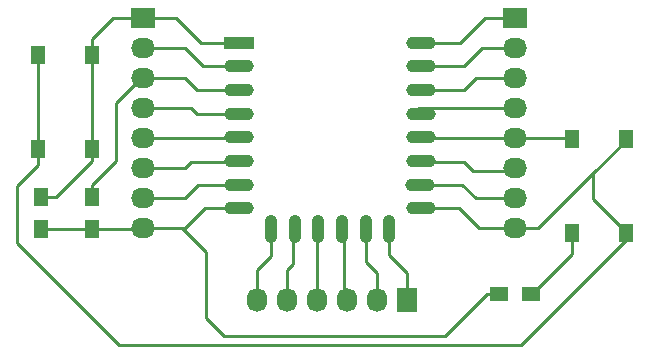
<source format=gtl>
G04 #@! TF.FileFunction,Copper,L1,Top,Signal*
%FSLAX46Y46*%
G04 Gerber Fmt 4.6, Leading zero omitted, Abs format (unit mm)*
G04 Created by KiCad (PCBNEW 4.0.3-stable) date Saturday, September 17, 2016 'PMt' 03:06:16 PM*
%MOMM*%
%LPD*%
G01*
G04 APERTURE LIST*
%ADD10C,0.100000*%
%ADD11R,1.300000X1.550000*%
%ADD12R,2.032000X1.727200*%
%ADD13O,2.032000X1.727200*%
%ADD14R,1.300000X1.500000*%
%ADD15R,1.500000X1.300000*%
%ADD16R,2.500000X1.100000*%
%ADD17O,2.500000X1.100000*%
%ADD18O,1.100000X2.400000*%
%ADD19R,1.727200X2.032000*%
%ADD20O,1.727200X2.032000*%
%ADD21C,0.250000*%
G04 APERTURE END LIST*
D10*
D11*
X120106000Y-101181000D03*
X120106000Y-109131000D03*
X115606000Y-109131000D03*
X115606000Y-101181000D03*
D12*
X155956000Y-98044000D03*
D13*
X155956000Y-100584000D03*
X155956000Y-103124000D03*
X155956000Y-105664000D03*
X155956000Y-108204000D03*
X155956000Y-110744000D03*
X155956000Y-113284000D03*
X155956000Y-115824000D03*
D12*
X124460000Y-98044000D03*
D13*
X124460000Y-100584000D03*
X124460000Y-103124000D03*
X124460000Y-105664000D03*
X124460000Y-108204000D03*
X124460000Y-110744000D03*
X124460000Y-113284000D03*
X124460000Y-115824000D03*
D14*
X120142000Y-115904000D03*
X120142000Y-113204000D03*
X115824000Y-115904000D03*
X115824000Y-113204000D03*
D15*
X154606000Y-121412000D03*
X157306000Y-121412000D03*
D11*
X160818000Y-116243000D03*
X160818000Y-108293000D03*
X165318000Y-108293000D03*
X165318000Y-116243000D03*
D16*
X132620000Y-100140000D03*
D17*
X132620000Y-102140000D03*
X132620000Y-104140000D03*
X132620000Y-106140000D03*
X132620000Y-108140000D03*
X132620000Y-110140000D03*
X132620000Y-112140000D03*
X132620000Y-114140000D03*
D18*
X135310000Y-115890000D03*
X137310000Y-115890000D03*
X139310000Y-115890000D03*
X141310000Y-115890000D03*
X143310000Y-115890000D03*
X145310000Y-115890000D03*
D17*
X148020000Y-114140000D03*
X147920000Y-112140000D03*
X148020000Y-110140000D03*
X148020000Y-108140000D03*
X148020000Y-106140000D03*
X148020000Y-104140000D03*
X148020000Y-102140000D03*
X148020000Y-100140000D03*
D19*
X146812000Y-121920000D03*
D20*
X144272000Y-121920000D03*
X141732000Y-121920000D03*
X139192000Y-121920000D03*
X136652000Y-121920000D03*
X134112000Y-121920000D03*
D21*
X147320000Y-100140000D02*
X151320000Y-100140000D01*
X151320000Y-100140000D02*
X153416000Y-98044000D01*
X153416000Y-98044000D02*
X155956000Y-98044000D01*
X147320000Y-102140000D02*
X151606000Y-102140000D01*
X151606000Y-102140000D02*
X153162000Y-100584000D01*
X153162000Y-100584000D02*
X155956000Y-100584000D01*
X147320000Y-104140000D02*
X151638000Y-104140000D01*
X151638000Y-104140000D02*
X152654000Y-103124000D01*
X152654000Y-103124000D02*
X155956000Y-103124000D01*
X147320000Y-106140000D02*
X147796000Y-105664000D01*
X147796000Y-105664000D02*
X155956000Y-105664000D01*
X160818000Y-116243000D02*
X160818000Y-118000000D01*
X160818000Y-118000000D02*
X157406000Y-121412000D01*
X157406000Y-121412000D02*
X157306000Y-121412000D01*
X155956000Y-108204000D02*
X160729000Y-108204000D01*
X160729000Y-108204000D02*
X160818000Y-108293000D01*
X147320000Y-108140000D02*
X147384000Y-108204000D01*
X147384000Y-108204000D02*
X155956000Y-108204000D01*
X147320000Y-110140000D02*
X147416000Y-110236000D01*
X155702000Y-110998000D02*
X155956000Y-110744000D01*
X147416000Y-110236000D02*
X151638000Y-110236000D01*
X151638000Y-110236000D02*
X152400000Y-110998000D01*
X152400000Y-110998000D02*
X155702000Y-110998000D01*
X115606000Y-109131000D02*
X115606000Y-101181000D01*
X115606000Y-109131000D02*
X115606000Y-110454000D01*
X115606000Y-110454000D02*
X113792000Y-112268000D01*
X113792000Y-112268000D02*
X113792000Y-117094000D01*
X113792000Y-117094000D02*
X122428000Y-125730000D01*
X156464000Y-125730000D02*
X165318000Y-116876000D01*
X122428000Y-125730000D02*
X156464000Y-125730000D01*
X165318000Y-116876000D02*
X165318000Y-116243000D01*
X157912000Y-115824000D02*
X162560000Y-111176000D01*
X165318000Y-116118000D02*
X162560000Y-113360000D01*
X162560000Y-111176000D02*
X165318000Y-108418000D01*
X165318000Y-116243000D02*
X165318000Y-116118000D01*
X162560000Y-113360000D02*
X162560000Y-111176000D01*
X155956000Y-115824000D02*
X157912000Y-115824000D01*
X165318000Y-108418000D02*
X165318000Y-108293000D01*
X147320000Y-114140000D02*
X151224000Y-114140000D01*
X151224000Y-114140000D02*
X152908000Y-115824000D01*
X152908000Y-115824000D02*
X155956000Y-115824000D01*
X120106000Y-101181000D02*
X120106000Y-109131000D01*
X120106000Y-109131000D02*
X120106000Y-110156000D01*
X120106000Y-110156000D02*
X117058000Y-113204000D01*
X117058000Y-113204000D02*
X116724000Y-113204000D01*
X116724000Y-113204000D02*
X115824000Y-113204000D01*
X121920000Y-98044000D02*
X120106000Y-99858000D01*
X120106000Y-99858000D02*
X120106000Y-101181000D01*
X124460000Y-98044000D02*
X121920000Y-98044000D01*
X124460000Y-98044000D02*
X127254000Y-98044000D01*
X127254000Y-98044000D02*
X129350000Y-100140000D01*
X129350000Y-100140000D02*
X133320000Y-100140000D01*
X124371000Y-98133000D02*
X124460000Y-98044000D01*
X124460000Y-100584000D02*
X128016000Y-100584000D01*
X128016000Y-100584000D02*
X129572000Y-102140000D01*
X129572000Y-102140000D02*
X133320000Y-102140000D01*
X120142000Y-113204000D02*
X120142000Y-112204000D01*
X120142000Y-112204000D02*
X122174000Y-110172000D01*
X122174000Y-105257600D02*
X124307600Y-103124000D01*
X122174000Y-110172000D02*
X122174000Y-105257600D01*
X124307600Y-103124000D02*
X124460000Y-103124000D01*
X124460000Y-103124000D02*
X128016000Y-103124000D01*
X128016000Y-103124000D02*
X129032000Y-104140000D01*
X129032000Y-104140000D02*
X133320000Y-104140000D01*
X124460000Y-105664000D02*
X128524000Y-105664000D01*
X128524000Y-105664000D02*
X129000000Y-106140000D01*
X129000000Y-106140000D02*
X133320000Y-106140000D01*
X124460000Y-108204000D02*
X133256000Y-108204000D01*
X133256000Y-108204000D02*
X133320000Y-108140000D01*
X124460000Y-110744000D02*
X128016000Y-110744000D01*
X128016000Y-110744000D02*
X128524000Y-110236000D01*
X128524000Y-110236000D02*
X133224000Y-110236000D01*
X133224000Y-110236000D02*
X133320000Y-110140000D01*
X124460000Y-113284000D02*
X128016000Y-113284000D01*
X128016000Y-113284000D02*
X129160000Y-112140000D01*
X129160000Y-112140000D02*
X133320000Y-112140000D01*
X120142000Y-115904000D02*
X124380000Y-115904000D01*
X124380000Y-115904000D02*
X124460000Y-115824000D01*
X115824000Y-115904000D02*
X120142000Y-115904000D01*
X154606000Y-121412000D02*
X153606000Y-121412000D01*
X153606000Y-121412000D02*
X150050000Y-124968000D01*
X150050000Y-124968000D02*
X131318000Y-124968000D01*
X131318000Y-124968000D02*
X129794000Y-123444000D01*
X129794000Y-123444000D02*
X129794000Y-117856000D01*
X129794000Y-117856000D02*
X127762000Y-115824000D01*
X127762000Y-115824000D02*
X124460000Y-115824000D01*
X124460000Y-115824000D02*
X128016000Y-115824000D01*
X129700000Y-114140000D02*
X133320000Y-114140000D01*
X128016000Y-115824000D02*
X129700000Y-114140000D01*
X135310000Y-115890000D02*
X135310000Y-118182000D01*
X134112000Y-119380000D02*
X134112000Y-120654000D01*
X135310000Y-118182000D02*
X134112000Y-119380000D01*
X134112000Y-120654000D02*
X134112000Y-121920000D01*
X137310000Y-115890000D02*
X137160000Y-116040000D01*
X137160000Y-116040000D02*
X137160000Y-118872000D01*
X137160000Y-118872000D02*
X136652000Y-119380000D01*
X136652000Y-119380000D02*
X136652000Y-121920000D01*
X139310000Y-115890000D02*
X139192000Y-116008000D01*
X139192000Y-116008000D02*
X139192000Y-121920000D01*
X141310000Y-115890000D02*
X141478000Y-116058000D01*
X141478000Y-116058000D02*
X141478000Y-121666000D01*
X141478000Y-121666000D02*
X141732000Y-121920000D01*
X143310000Y-115890000D02*
X143310000Y-118672000D01*
X143310000Y-118672000D02*
X144272000Y-119634000D01*
X144272000Y-119634000D02*
X144272000Y-121920000D01*
X145310000Y-115890000D02*
X145310000Y-118132000D01*
X145310000Y-118132000D02*
X146812000Y-119634000D01*
X146812000Y-119634000D02*
X146812000Y-120654000D01*
X146812000Y-120654000D02*
X146812000Y-121920000D01*
X146812000Y-121767600D02*
X146812000Y-121920000D01*
X147320000Y-112140000D02*
X151510000Y-112140000D01*
X151510000Y-112140000D02*
X152654000Y-113284000D01*
X152654000Y-113284000D02*
X155956000Y-113284000D01*
M02*

</source>
